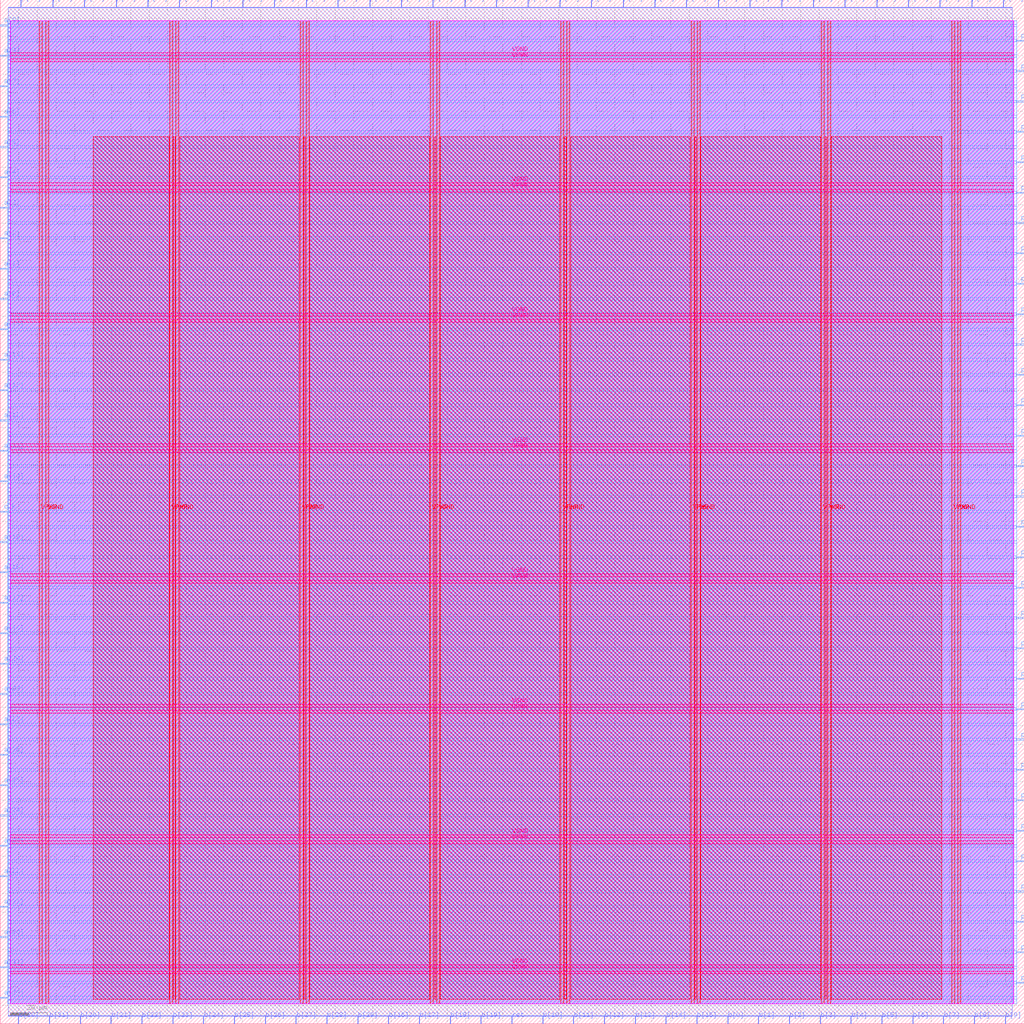
<source format=lef>
VERSION 5.7 ;
  NOWIREEXTENSIONATPIN ON ;
  DIVIDERCHAR "/" ;
  BUSBITCHARS "[]" ;
MACRO pipelined_mult
  CLASS BLOCK ;
  FOREIGN pipelined_mult ;
  ORIGIN 0.000 0.000 ;
  SIZE 550.000 BY 550.000 ;
  PIN VGND
    DIRECTION INOUT ;
    USE GROUND ;
    PORT
      LAYER met4 ;
        RECT 24.340 10.640 25.940 538.800 ;
    END
    PORT
      LAYER met4 ;
        RECT 94.340 10.640 95.940 538.800 ;
    END
    PORT
      LAYER met4 ;
        RECT 164.340 10.640 165.940 538.800 ;
    END
    PORT
      LAYER met4 ;
        RECT 234.340 10.640 235.940 538.800 ;
    END
    PORT
      LAYER met4 ;
        RECT 304.340 10.640 305.940 538.800 ;
    END
    PORT
      LAYER met4 ;
        RECT 374.340 10.640 375.940 538.800 ;
    END
    PORT
      LAYER met4 ;
        RECT 444.340 10.640 445.940 538.800 ;
    END
    PORT
      LAYER met4 ;
        RECT 514.340 10.640 515.940 538.800 ;
    END
    PORT
      LAYER met5 ;
        RECT 5.280 30.030 544.420 31.630 ;
    END
    PORT
      LAYER met5 ;
        RECT 5.280 100.030 544.420 101.630 ;
    END
    PORT
      LAYER met5 ;
        RECT 5.280 170.030 544.420 171.630 ;
    END
    PORT
      LAYER met5 ;
        RECT 5.280 240.030 544.420 241.630 ;
    END
    PORT
      LAYER met5 ;
        RECT 5.280 310.030 544.420 311.630 ;
    END
    PORT
      LAYER met5 ;
        RECT 5.280 380.030 544.420 381.630 ;
    END
    PORT
      LAYER met5 ;
        RECT 5.280 450.030 544.420 451.630 ;
    END
    PORT
      LAYER met5 ;
        RECT 5.280 520.030 544.420 521.630 ;
    END
  END VGND
  PIN VPWR
    DIRECTION INOUT ;
    USE POWER ;
    PORT
      LAYER met4 ;
        RECT 21.040 10.640 22.640 538.800 ;
    END
    PORT
      LAYER met4 ;
        RECT 91.040 10.640 92.640 538.800 ;
    END
    PORT
      LAYER met4 ;
        RECT 161.040 10.640 162.640 538.800 ;
    END
    PORT
      LAYER met4 ;
        RECT 231.040 10.640 232.640 538.800 ;
    END
    PORT
      LAYER met4 ;
        RECT 301.040 10.640 302.640 538.800 ;
    END
    PORT
      LAYER met4 ;
        RECT 371.040 10.640 372.640 538.800 ;
    END
    PORT
      LAYER met4 ;
        RECT 441.040 10.640 442.640 538.800 ;
    END
    PORT
      LAYER met4 ;
        RECT 511.040 10.640 512.640 538.800 ;
    END
    PORT
      LAYER met5 ;
        RECT 5.280 26.730 544.420 28.330 ;
    END
    PORT
      LAYER met5 ;
        RECT 5.280 96.730 544.420 98.330 ;
    END
    PORT
      LAYER met5 ;
        RECT 5.280 166.730 544.420 168.330 ;
    END
    PORT
      LAYER met5 ;
        RECT 5.280 236.730 544.420 238.330 ;
    END
    PORT
      LAYER met5 ;
        RECT 5.280 306.730 544.420 308.330 ;
    END
    PORT
      LAYER met5 ;
        RECT 5.280 376.730 544.420 378.330 ;
    END
    PORT
      LAYER met5 ;
        RECT 5.280 446.730 544.420 448.330 ;
    END
    PORT
      LAYER met5 ;
        RECT 5.280 516.730 544.420 518.330 ;
    END
  END VPWR
  PIN a[0]
    DIRECTION INPUT ;
    USE SIGNAL ;
    ANTENNAGATEAREA 0.196500 ;
    PORT
      LAYER met3 ;
        RECT 0.000 389.000 4.000 389.600 ;
    END
  END a[0]
  PIN a[10]
    DIRECTION INPUT ;
    USE SIGNAL ;
    ANTENNAGATEAREA 0.196500 ;
    PORT
      LAYER met3 ;
        RECT 0.000 291.080 4.000 291.680 ;
    END
  END a[10]
  PIN a[11]
    DIRECTION INPUT ;
    USE SIGNAL ;
    ANTENNAGATEAREA 0.196500 ;
    PORT
      LAYER met3 ;
        RECT 0.000 307.400 4.000 308.000 ;
    END
  END a[11]
  PIN a[12]
    DIRECTION INPUT ;
    USE SIGNAL ;
    ANTENNAGATEAREA 0.196500 ;
    PORT
      LAYER met3 ;
        RECT 0.000 323.720 4.000 324.320 ;
    END
  END a[12]
  PIN a[13]
    DIRECTION INPUT ;
    USE SIGNAL ;
    ANTENNAGATEAREA 0.196500 ;
    PORT
      LAYER met3 ;
        RECT 0.000 340.040 4.000 340.640 ;
    END
  END a[13]
  PIN a[14]
    DIRECTION INPUT ;
    USE SIGNAL ;
    ANTENNAGATEAREA 0.196500 ;
    PORT
      LAYER met3 ;
        RECT 0.000 356.360 4.000 356.960 ;
    END
  END a[14]
  PIN a[15]
    DIRECTION INPUT ;
    USE SIGNAL ;
    ANTENNAGATEAREA 0.196500 ;
    PORT
      LAYER met3 ;
        RECT 0.000 372.680 4.000 373.280 ;
    END
  END a[15]
  PIN a[16]
    DIRECTION INPUT ;
    USE SIGNAL ;
    ANTENNAGATEAREA 0.196500 ;
    PORT
      LAYER met3 ;
        RECT 0.000 209.480 4.000 210.080 ;
    END
  END a[16]
  PIN a[17]
    DIRECTION INPUT ;
    USE SIGNAL ;
    ANTENNAGATEAREA 0.196500 ;
    PORT
      LAYER met3 ;
        RECT 0.000 225.800 4.000 226.400 ;
    END
  END a[17]
  PIN a[18]
    DIRECTION INPUT ;
    USE SIGNAL ;
    ANTENNAGATEAREA 0.196500 ;
    PORT
      LAYER met3 ;
        RECT 0.000 242.120 4.000 242.720 ;
    END
  END a[18]
  PIN a[19]
    DIRECTION INPUT ;
    USE SIGNAL ;
    ANTENNAGATEAREA 0.196500 ;
    PORT
      LAYER met3 ;
        RECT 0.000 258.440 4.000 259.040 ;
    END
  END a[19]
  PIN a[1]
    DIRECTION INPUT ;
    USE SIGNAL ;
    ANTENNAGATEAREA 0.196500 ;
    PORT
      LAYER met3 ;
        RECT 0.000 405.320 4.000 405.920 ;
    END
  END a[1]
  PIN a[20]
    DIRECTION INPUT ;
    USE SIGNAL ;
    ANTENNAGATEAREA 0.196500 ;
    PORT
      LAYER met3 ;
        RECT 0.000 46.280 4.000 46.880 ;
    END
  END a[20]
  PIN a[21]
    DIRECTION INPUT ;
    USE SIGNAL ;
    ANTENNAGATEAREA 0.196500 ;
    PORT
      LAYER met3 ;
        RECT 0.000 62.600 4.000 63.200 ;
    END
  END a[21]
  PIN a[22]
    DIRECTION INPUT ;
    USE SIGNAL ;
    ANTENNAGATEAREA 0.196500 ;
    PORT
      LAYER met3 ;
        RECT 0.000 78.920 4.000 79.520 ;
    END
  END a[22]
  PIN a[23]
    DIRECTION INPUT ;
    USE SIGNAL ;
    ANTENNAGATEAREA 0.196500 ;
    PORT
      LAYER met3 ;
        RECT 0.000 95.240 4.000 95.840 ;
    END
  END a[23]
  PIN a[24]
    DIRECTION INPUT ;
    USE SIGNAL ;
    ANTENNAGATEAREA 0.196500 ;
    PORT
      LAYER met3 ;
        RECT 0.000 111.560 4.000 112.160 ;
    END
  END a[24]
  PIN a[25]
    DIRECTION INPUT ;
    USE SIGNAL ;
    ANTENNAGATEAREA 0.196500 ;
    PORT
      LAYER met3 ;
        RECT 0.000 127.880 4.000 128.480 ;
    END
  END a[25]
  PIN a[26]
    DIRECTION INPUT ;
    USE SIGNAL ;
    ANTENNAGATEAREA 0.196500 ;
    PORT
      LAYER met3 ;
        RECT 0.000 144.200 4.000 144.800 ;
    END
  END a[26]
  PIN a[27]
    DIRECTION INPUT ;
    USE SIGNAL ;
    ANTENNAGATEAREA 0.196500 ;
    PORT
      LAYER met3 ;
        RECT 0.000 160.520 4.000 161.120 ;
    END
  END a[27]
  PIN a[28]
    DIRECTION INPUT ;
    USE SIGNAL ;
    ANTENNAGATEAREA 0.196500 ;
    PORT
      LAYER met3 ;
        RECT 0.000 176.840 4.000 177.440 ;
    END
  END a[28]
  PIN a[29]
    DIRECTION INPUT ;
    USE SIGNAL ;
    ANTENNAGATEAREA 0.196500 ;
    PORT
      LAYER met3 ;
        RECT 0.000 193.160 4.000 193.760 ;
    END
  END a[29]
  PIN a[2]
    DIRECTION INPUT ;
    USE SIGNAL ;
    ANTENNAGATEAREA 0.159000 ;
    PORT
      LAYER met3 ;
        RECT 0.000 421.640 4.000 422.240 ;
    END
  END a[2]
  PIN a[30]
    DIRECTION INPUT ;
    USE SIGNAL ;
    ANTENNAGATEAREA 0.196500 ;
    PORT
      LAYER met3 ;
        RECT 0.000 13.640 4.000 14.240 ;
    END
  END a[30]
  PIN a[31]
    DIRECTION INPUT ;
    USE SIGNAL ;
    ANTENNAGATEAREA 0.196500 ;
    PORT
      LAYER met3 ;
        RECT 0.000 29.960 4.000 30.560 ;
    END
  END a[31]
  PIN a[3]
    DIRECTION INPUT ;
    USE SIGNAL ;
    ANTENNAGATEAREA 0.159000 ;
    PORT
      LAYER met3 ;
        RECT 0.000 437.960 4.000 438.560 ;
    END
  END a[3]
  PIN a[4]
    DIRECTION INPUT ;
    USE SIGNAL ;
    ANTENNAGATEAREA 0.159000 ;
    PORT
      LAYER met3 ;
        RECT 0.000 454.280 4.000 454.880 ;
    END
  END a[4]
  PIN a[5]
    DIRECTION INPUT ;
    USE SIGNAL ;
    ANTENNAGATEAREA 0.159000 ;
    PORT
      LAYER met3 ;
        RECT 0.000 470.600 4.000 471.200 ;
    END
  END a[5]
  PIN a[6]
    DIRECTION INPUT ;
    USE SIGNAL ;
    ANTENNAGATEAREA 0.159000 ;
    PORT
      LAYER met3 ;
        RECT 0.000 486.920 4.000 487.520 ;
    END
  END a[6]
  PIN a[7]
    DIRECTION INPUT ;
    USE SIGNAL ;
    ANTENNAGATEAREA 0.196500 ;
    PORT
      LAYER met3 ;
        RECT 0.000 503.240 4.000 503.840 ;
    END
  END a[7]
  PIN a[8]
    DIRECTION INPUT ;
    USE SIGNAL ;
    ANTENNAGATEAREA 0.159000 ;
    PORT
      LAYER met3 ;
        RECT 0.000 519.560 4.000 520.160 ;
    END
  END a[8]
  PIN a[9]
    DIRECTION INPUT ;
    USE SIGNAL ;
    ANTENNAGATEAREA 0.213000 ;
    PORT
      LAYER met3 ;
        RECT 0.000 535.880 4.000 536.480 ;
    END
  END a[9]
  PIN b[0]
    DIRECTION INPUT ;
    USE SIGNAL ;
    ANTENNAGATEAREA 0.196500 ;
    PORT
      LAYER met2 ;
        RECT 390.630 0.000 390.910 4.000 ;
    END
  END b[0]
  PIN b[10]
    DIRECTION INPUT ;
    USE SIGNAL ;
    ANTENNAGATEAREA 0.196500 ;
    PORT
      LAYER met2 ;
        RECT 291.270 0.000 291.550 4.000 ;
    END
  END b[10]
  PIN b[11]
    DIRECTION INPUT ;
    USE SIGNAL ;
    ANTENNAGATEAREA 0.196500 ;
    PORT
      LAYER met2 ;
        RECT 307.830 0.000 308.110 4.000 ;
    END
  END b[11]
  PIN b[12]
    DIRECTION INPUT ;
    USE SIGNAL ;
    ANTENNAGATEAREA 0.196500 ;
    PORT
      LAYER met2 ;
        RECT 324.390 0.000 324.670 4.000 ;
    END
  END b[12]
  PIN b[13]
    DIRECTION INPUT ;
    USE SIGNAL ;
    ANTENNAGATEAREA 0.196500 ;
    PORT
      LAYER met2 ;
        RECT 340.950 0.000 341.230 4.000 ;
    END
  END b[13]
  PIN b[14]
    DIRECTION INPUT ;
    USE SIGNAL ;
    ANTENNAGATEAREA 0.196500 ;
    PORT
      LAYER met2 ;
        RECT 357.510 0.000 357.790 4.000 ;
    END
  END b[14]
  PIN b[15]
    DIRECTION INPUT ;
    USE SIGNAL ;
    ANTENNAGATEAREA 0.196500 ;
    PORT
      LAYER met2 ;
        RECT 374.070 0.000 374.350 4.000 ;
    END
  END b[15]
  PIN b[16]
    DIRECTION INPUT ;
    USE SIGNAL ;
    ANTENNAGATEAREA 0.196500 ;
    PORT
      LAYER met2 ;
        RECT 208.470 0.000 208.750 4.000 ;
    END
  END b[16]
  PIN b[17]
    DIRECTION INPUT ;
    USE SIGNAL ;
    ANTENNAGATEAREA 0.196500 ;
    PORT
      LAYER met2 ;
        RECT 225.030 0.000 225.310 4.000 ;
    END
  END b[17]
  PIN b[18]
    DIRECTION INPUT ;
    USE SIGNAL ;
    ANTENNAGATEAREA 0.196500 ;
    PORT
      LAYER met2 ;
        RECT 241.590 0.000 241.870 4.000 ;
    END
  END b[18]
  PIN b[19]
    DIRECTION INPUT ;
    USE SIGNAL ;
    ANTENNAGATEAREA 0.196500 ;
    PORT
      LAYER met2 ;
        RECT 258.150 0.000 258.430 4.000 ;
    END
  END b[19]
  PIN b[1]
    DIRECTION INPUT ;
    USE SIGNAL ;
    ANTENNAGATEAREA 0.196500 ;
    PORT
      LAYER met2 ;
        RECT 407.190 0.000 407.470 4.000 ;
    END
  END b[1]
  PIN b[20]
    DIRECTION INPUT ;
    USE SIGNAL ;
    ANTENNAGATEAREA 0.213000 ;
    PORT
      LAYER met2 ;
        RECT 42.870 0.000 43.150 4.000 ;
    END
  END b[20]
  PIN b[21]
    DIRECTION INPUT ;
    USE SIGNAL ;
    ANTENNAGATEAREA 0.196500 ;
    PORT
      LAYER met2 ;
        RECT 59.430 0.000 59.710 4.000 ;
    END
  END b[21]
  PIN b[22]
    DIRECTION INPUT ;
    USE SIGNAL ;
    ANTENNAGATEAREA 0.126000 ;
    PORT
      LAYER met2 ;
        RECT 75.990 0.000 76.270 4.000 ;
    END
  END b[22]
  PIN b[23]
    DIRECTION INPUT ;
    USE SIGNAL ;
    ANTENNAGATEAREA 0.213000 ;
    PORT
      LAYER met2 ;
        RECT 92.550 0.000 92.830 4.000 ;
    END
  END b[23]
  PIN b[24]
    DIRECTION INPUT ;
    USE SIGNAL ;
    ANTENNAGATEAREA 0.213000 ;
    PORT
      LAYER met2 ;
        RECT 109.110 0.000 109.390 4.000 ;
    END
  END b[24]
  PIN b[25]
    DIRECTION INPUT ;
    USE SIGNAL ;
    ANTENNAGATEAREA 0.196500 ;
    PORT
      LAYER met2 ;
        RECT 125.670 0.000 125.950 4.000 ;
    END
  END b[25]
  PIN b[26]
    DIRECTION INPUT ;
    USE SIGNAL ;
    ANTENNAGATEAREA 0.126000 ;
    PORT
      LAYER met2 ;
        RECT 142.230 0.000 142.510 4.000 ;
    END
  END b[26]
  PIN b[27]
    DIRECTION INPUT ;
    USE SIGNAL ;
    ANTENNAGATEAREA 0.213000 ;
    PORT
      LAYER met2 ;
        RECT 158.790 0.000 159.070 4.000 ;
    END
  END b[27]
  PIN b[28]
    DIRECTION INPUT ;
    USE SIGNAL ;
    ANTENNAGATEAREA 0.213000 ;
    PORT
      LAYER met2 ;
        RECT 175.350 0.000 175.630 4.000 ;
    END
  END b[28]
  PIN b[29]
    DIRECTION INPUT ;
    USE SIGNAL ;
    ANTENNAGATEAREA 0.196500 ;
    PORT
      LAYER met2 ;
        RECT 191.910 0.000 192.190 4.000 ;
    END
  END b[29]
  PIN b[2]
    DIRECTION INPUT ;
    USE SIGNAL ;
    ANTENNAGATEAREA 0.196500 ;
    PORT
      LAYER met2 ;
        RECT 423.750 0.000 424.030 4.000 ;
    END
  END b[2]
  PIN b[30]
    DIRECTION INPUT ;
    USE SIGNAL ;
    ANTENNAGATEAREA 0.213000 ;
    PORT
      LAYER met2 ;
        RECT 9.750 0.000 10.030 4.000 ;
    END
  END b[30]
  PIN b[31]
    DIRECTION INPUT ;
    USE SIGNAL ;
    ANTENNAGATEAREA 0.126000 ;
    PORT
      LAYER met2 ;
        RECT 26.310 0.000 26.590 4.000 ;
    END
  END b[31]
  PIN b[3]
    DIRECTION INPUT ;
    USE SIGNAL ;
    ANTENNAGATEAREA 0.196500 ;
    PORT
      LAYER met2 ;
        RECT 440.310 0.000 440.590 4.000 ;
    END
  END b[3]
  PIN b[4]
    DIRECTION INPUT ;
    USE SIGNAL ;
    ANTENNAGATEAREA 0.196500 ;
    PORT
      LAYER met2 ;
        RECT 456.870 0.000 457.150 4.000 ;
    END
  END b[4]
  PIN b[5]
    DIRECTION INPUT ;
    USE SIGNAL ;
    ANTENNAGATEAREA 0.196500 ;
    PORT
      LAYER met2 ;
        RECT 473.430 0.000 473.710 4.000 ;
    END
  END b[5]
  PIN b[6]
    DIRECTION INPUT ;
    USE SIGNAL ;
    ANTENNAGATEAREA 0.196500 ;
    PORT
      LAYER met2 ;
        RECT 489.990 0.000 490.270 4.000 ;
    END
  END b[6]
  PIN b[7]
    DIRECTION INPUT ;
    USE SIGNAL ;
    ANTENNAGATEAREA 0.196500 ;
    PORT
      LAYER met2 ;
        RECT 506.550 0.000 506.830 4.000 ;
    END
  END b[7]
  PIN b[8]
    DIRECTION INPUT ;
    USE SIGNAL ;
    ANTENNAGATEAREA 0.196500 ;
    PORT
      LAYER met2 ;
        RECT 523.110 0.000 523.390 4.000 ;
    END
  END b[8]
  PIN b[9]
    DIRECTION INPUT ;
    USE SIGNAL ;
    ANTENNAGATEAREA 0.196500 ;
    PORT
      LAYER met2 ;
        RECT 539.670 0.000 539.950 4.000 ;
    END
  END b[9]
  PIN clk
    DIRECTION INPUT ;
    USE SIGNAL ;
    ANTENNAGATEAREA 1.286700 ;
    ANTENNADIFFAREA 0.434700 ;
    PORT
      LAYER met3 ;
        RECT 0.000 274.760 4.000 275.360 ;
    END
  END clk
  PIN p[0]
    DIRECTION OUTPUT ;
    USE SIGNAL ;
    ANTENNADIFFAREA 0.445500 ;
    PORT
      LAYER met3 ;
        RECT 546.000 380.840 550.000 381.440 ;
    END
  END p[0]
  PIN p[10]
    DIRECTION OUTPUT ;
    USE SIGNAL ;
    ANTENNADIFFAREA 0.445500 ;
    PORT
      LAYER met3 ;
        RECT 546.000 217.640 550.000 218.240 ;
    END
  END p[10]
  PIN p[11]
    DIRECTION OUTPUT ;
    USE SIGNAL ;
    ANTENNADIFFAREA 0.445500 ;
    PORT
      LAYER met3 ;
        RECT 546.000 233.960 550.000 234.560 ;
    END
  END p[11]
  PIN p[12]
    DIRECTION OUTPUT ;
    USE SIGNAL ;
    ANTENNADIFFAREA 0.445500 ;
    PORT
      LAYER met3 ;
        RECT 546.000 250.280 550.000 250.880 ;
    END
  END p[12]
  PIN p[13]
    DIRECTION OUTPUT ;
    USE SIGNAL ;
    ANTENNADIFFAREA 0.445500 ;
    PORT
      LAYER met3 ;
        RECT 546.000 266.600 550.000 267.200 ;
    END
  END p[13]
  PIN p[14]
    DIRECTION OUTPUT ;
    USE SIGNAL ;
    ANTENNADIFFAREA 0.445500 ;
    PORT
      LAYER met3 ;
        RECT 546.000 282.920 550.000 283.520 ;
    END
  END p[14]
  PIN p[15]
    DIRECTION OUTPUT ;
    USE SIGNAL ;
    ANTENNADIFFAREA 0.445500 ;
    PORT
      LAYER met3 ;
        RECT 546.000 299.240 550.000 299.840 ;
    END
  END p[15]
  PIN p[16]
    DIRECTION OUTPUT ;
    USE SIGNAL ;
    ANTENNADIFFAREA 0.445500 ;
    PORT
      LAYER met3 ;
        RECT 546.000 315.560 550.000 316.160 ;
    END
  END p[16]
  PIN p[17]
    DIRECTION OUTPUT ;
    USE SIGNAL ;
    ANTENNADIFFAREA 0.445500 ;
    PORT
      LAYER met3 ;
        RECT 546.000 331.880 550.000 332.480 ;
    END
  END p[17]
  PIN p[18]
    DIRECTION OUTPUT ;
    USE SIGNAL ;
    ANTENNADIFFAREA 0.445500 ;
    PORT
      LAYER met3 ;
        RECT 546.000 348.200 550.000 348.800 ;
    END
  END p[18]
  PIN p[19]
    DIRECTION OUTPUT ;
    USE SIGNAL ;
    ANTENNADIFFAREA 0.445500 ;
    PORT
      LAYER met3 ;
        RECT 546.000 364.520 550.000 365.120 ;
    END
  END p[19]
  PIN p[1]
    DIRECTION OUTPUT ;
    USE SIGNAL ;
    ANTENNADIFFAREA 0.445500 ;
    PORT
      LAYER met3 ;
        RECT 546.000 397.160 550.000 397.760 ;
    END
  END p[1]
  PIN p[20]
    DIRECTION OUTPUT ;
    USE SIGNAL ;
    ANTENNADIFFAREA 0.445500 ;
    PORT
      LAYER met3 ;
        RECT 546.000 54.440 550.000 55.040 ;
    END
  END p[20]
  PIN p[21]
    DIRECTION OUTPUT ;
    USE SIGNAL ;
    ANTENNADIFFAREA 0.445500 ;
    PORT
      LAYER met3 ;
        RECT 546.000 70.760 550.000 71.360 ;
    END
  END p[21]
  PIN p[22]
    DIRECTION OUTPUT ;
    USE SIGNAL ;
    ANTENNADIFFAREA 0.445500 ;
    PORT
      LAYER met3 ;
        RECT 546.000 87.080 550.000 87.680 ;
    END
  END p[22]
  PIN p[23]
    DIRECTION OUTPUT ;
    USE SIGNAL ;
    ANTENNADIFFAREA 0.445500 ;
    PORT
      LAYER met3 ;
        RECT 546.000 103.400 550.000 104.000 ;
    END
  END p[23]
  PIN p[24]
    DIRECTION OUTPUT ;
    USE SIGNAL ;
    ANTENNADIFFAREA 0.445500 ;
    PORT
      LAYER met3 ;
        RECT 546.000 119.720 550.000 120.320 ;
    END
  END p[24]
  PIN p[25]
    DIRECTION OUTPUT ;
    USE SIGNAL ;
    ANTENNADIFFAREA 0.445500 ;
    PORT
      LAYER met3 ;
        RECT 546.000 136.040 550.000 136.640 ;
    END
  END p[25]
  PIN p[26]
    DIRECTION OUTPUT ;
    USE SIGNAL ;
    ANTENNADIFFAREA 0.445500 ;
    PORT
      LAYER met3 ;
        RECT 546.000 152.360 550.000 152.960 ;
    END
  END p[26]
  PIN p[27]
    DIRECTION OUTPUT ;
    USE SIGNAL ;
    ANTENNADIFFAREA 0.445500 ;
    PORT
      LAYER met3 ;
        RECT 546.000 168.680 550.000 169.280 ;
    END
  END p[27]
  PIN p[28]
    DIRECTION OUTPUT ;
    USE SIGNAL ;
    ANTENNADIFFAREA 0.445500 ;
    PORT
      LAYER met3 ;
        RECT 546.000 185.000 550.000 185.600 ;
    END
  END p[28]
  PIN p[29]
    DIRECTION OUTPUT ;
    USE SIGNAL ;
    ANTENNADIFFAREA 0.445500 ;
    PORT
      LAYER met3 ;
        RECT 546.000 201.320 550.000 201.920 ;
    END
  END p[29]
  PIN p[2]
    DIRECTION OUTPUT ;
    USE SIGNAL ;
    ANTENNADIFFAREA 0.445500 ;
    PORT
      LAYER met3 ;
        RECT 546.000 413.480 550.000 414.080 ;
    END
  END p[2]
  PIN p[30]
    DIRECTION OUTPUT ;
    USE SIGNAL ;
    ANTENNADIFFAREA 0.445500 ;
    PORT
      LAYER met3 ;
        RECT 546.000 21.800 550.000 22.400 ;
    END
  END p[30]
  PIN p[31]
    DIRECTION OUTPUT ;
    USE SIGNAL ;
    ANTENNADIFFAREA 0.445500 ;
    PORT
      LAYER met3 ;
        RECT 546.000 38.120 550.000 38.720 ;
    END
  END p[31]
  PIN p[32]
    DIRECTION OUTPUT ;
    USE SIGNAL ;
    ANTENNADIFFAREA 0.445500 ;
    PORT
      LAYER met2 ;
        RECT 419.610 546.000 419.890 550.000 ;
    END
  END p[32]
  PIN p[33]
    DIRECTION OUTPUT ;
    USE SIGNAL ;
    ANTENNADIFFAREA 0.445500 ;
    PORT
      LAYER met2 ;
        RECT 436.630 546.000 436.910 550.000 ;
    END
  END p[33]
  PIN p[34]
    DIRECTION OUTPUT ;
    USE SIGNAL ;
    ANTENNADIFFAREA 0.445500 ;
    PORT
      LAYER met2 ;
        RECT 453.650 546.000 453.930 550.000 ;
    END
  END p[34]
  PIN p[35]
    DIRECTION OUTPUT ;
    USE SIGNAL ;
    ANTENNADIFFAREA 0.445500 ;
    PORT
      LAYER met2 ;
        RECT 470.670 546.000 470.950 550.000 ;
    END
  END p[35]
  PIN p[36]
    DIRECTION OUTPUT ;
    USE SIGNAL ;
    ANTENNADIFFAREA 0.445500 ;
    PORT
      LAYER met2 ;
        RECT 487.690 546.000 487.970 550.000 ;
    END
  END p[36]
  PIN p[37]
    DIRECTION OUTPUT ;
    USE SIGNAL ;
    ANTENNADIFFAREA 0.445500 ;
    PORT
      LAYER met2 ;
        RECT 504.710 546.000 504.990 550.000 ;
    END
  END p[37]
  PIN p[38]
    DIRECTION OUTPUT ;
    USE SIGNAL ;
    ANTENNADIFFAREA 0.445500 ;
    PORT
      LAYER met2 ;
        RECT 521.730 546.000 522.010 550.000 ;
    END
  END p[38]
  PIN p[39]
    DIRECTION OUTPUT ;
    USE SIGNAL ;
    ANTENNADIFFAREA 0.445500 ;
    PORT
      LAYER met2 ;
        RECT 538.750 546.000 539.030 550.000 ;
    END
  END p[39]
  PIN p[3]
    DIRECTION OUTPUT ;
    USE SIGNAL ;
    ANTENNADIFFAREA 0.445500 ;
    PORT
      LAYER met3 ;
        RECT 546.000 429.800 550.000 430.400 ;
    END
  END p[3]
  PIN p[40]
    DIRECTION OUTPUT ;
    USE SIGNAL ;
    ANTENNADIFFAREA 0.445500 ;
    PORT
      LAYER met2 ;
        RECT 249.410 546.000 249.690 550.000 ;
    END
  END p[40]
  PIN p[41]
    DIRECTION OUTPUT ;
    USE SIGNAL ;
    ANTENNADIFFAREA 0.445500 ;
    PORT
      LAYER met2 ;
        RECT 266.430 546.000 266.710 550.000 ;
    END
  END p[41]
  PIN p[42]
    DIRECTION OUTPUT ;
    USE SIGNAL ;
    ANTENNADIFFAREA 0.445500 ;
    PORT
      LAYER met2 ;
        RECT 283.450 546.000 283.730 550.000 ;
    END
  END p[42]
  PIN p[43]
    DIRECTION OUTPUT ;
    USE SIGNAL ;
    ANTENNADIFFAREA 0.445500 ;
    PORT
      LAYER met2 ;
        RECT 300.470 546.000 300.750 550.000 ;
    END
  END p[43]
  PIN p[44]
    DIRECTION OUTPUT ;
    USE SIGNAL ;
    ANTENNADIFFAREA 0.445500 ;
    PORT
      LAYER met2 ;
        RECT 317.490 546.000 317.770 550.000 ;
    END
  END p[44]
  PIN p[45]
    DIRECTION OUTPUT ;
    USE SIGNAL ;
    ANTENNADIFFAREA 0.445500 ;
    PORT
      LAYER met2 ;
        RECT 334.510 546.000 334.790 550.000 ;
    END
  END p[45]
  PIN p[46]
    DIRECTION OUTPUT ;
    USE SIGNAL ;
    ANTENNADIFFAREA 0.445500 ;
    PORT
      LAYER met2 ;
        RECT 351.530 546.000 351.810 550.000 ;
    END
  END p[46]
  PIN p[47]
    DIRECTION OUTPUT ;
    USE SIGNAL ;
    ANTENNADIFFAREA 0.445500 ;
    PORT
      LAYER met2 ;
        RECT 368.550 546.000 368.830 550.000 ;
    END
  END p[47]
  PIN p[48]
    DIRECTION OUTPUT ;
    USE SIGNAL ;
    ANTENNADIFFAREA 0.445500 ;
    PORT
      LAYER met2 ;
        RECT 385.570 546.000 385.850 550.000 ;
    END
  END p[48]
  PIN p[49]
    DIRECTION OUTPUT ;
    USE SIGNAL ;
    ANTENNADIFFAREA 0.445500 ;
    PORT
      LAYER met2 ;
        RECT 402.590 546.000 402.870 550.000 ;
    END
  END p[49]
  PIN p[4]
    DIRECTION OUTPUT ;
    USE SIGNAL ;
    ANTENNADIFFAREA 0.445500 ;
    PORT
      LAYER met3 ;
        RECT 546.000 446.120 550.000 446.720 ;
    END
  END p[4]
  PIN p[50]
    DIRECTION OUTPUT ;
    USE SIGNAL ;
    ANTENNADIFFAREA 0.445500 ;
    PORT
      LAYER met2 ;
        RECT 79.210 546.000 79.490 550.000 ;
    END
  END p[50]
  PIN p[51]
    DIRECTION OUTPUT ;
    USE SIGNAL ;
    ANTENNADIFFAREA 0.445500 ;
    PORT
      LAYER met2 ;
        RECT 96.230 546.000 96.510 550.000 ;
    END
  END p[51]
  PIN p[52]
    DIRECTION OUTPUT ;
    USE SIGNAL ;
    ANTENNADIFFAREA 0.445500 ;
    PORT
      LAYER met2 ;
        RECT 113.250 546.000 113.530 550.000 ;
    END
  END p[52]
  PIN p[53]
    DIRECTION OUTPUT ;
    USE SIGNAL ;
    ANTENNADIFFAREA 0.445500 ;
    PORT
      LAYER met2 ;
        RECT 130.270 546.000 130.550 550.000 ;
    END
  END p[53]
  PIN p[54]
    DIRECTION OUTPUT ;
    USE SIGNAL ;
    ANTENNADIFFAREA 0.445500 ;
    PORT
      LAYER met2 ;
        RECT 147.290 546.000 147.570 550.000 ;
    END
  END p[54]
  PIN p[55]
    DIRECTION OUTPUT ;
    USE SIGNAL ;
    ANTENNADIFFAREA 0.445500 ;
    PORT
      LAYER met2 ;
        RECT 164.310 546.000 164.590 550.000 ;
    END
  END p[55]
  PIN p[56]
    DIRECTION OUTPUT ;
    USE SIGNAL ;
    ANTENNADIFFAREA 0.445500 ;
    PORT
      LAYER met2 ;
        RECT 181.330 546.000 181.610 550.000 ;
    END
  END p[56]
  PIN p[57]
    DIRECTION OUTPUT ;
    USE SIGNAL ;
    ANTENNADIFFAREA 0.445500 ;
    PORT
      LAYER met2 ;
        RECT 198.350 546.000 198.630 550.000 ;
    END
  END p[57]
  PIN p[58]
    DIRECTION OUTPUT ;
    USE SIGNAL ;
    ANTENNADIFFAREA 0.445500 ;
    PORT
      LAYER met2 ;
        RECT 215.370 546.000 215.650 550.000 ;
    END
  END p[58]
  PIN p[59]
    DIRECTION OUTPUT ;
    USE SIGNAL ;
    ANTENNADIFFAREA 0.445500 ;
    PORT
      LAYER met2 ;
        RECT 232.390 546.000 232.670 550.000 ;
    END
  END p[59]
  PIN p[5]
    DIRECTION OUTPUT ;
    USE SIGNAL ;
    ANTENNADIFFAREA 0.445500 ;
    PORT
      LAYER met3 ;
        RECT 546.000 462.440 550.000 463.040 ;
    END
  END p[5]
  PIN p[60]
    DIRECTION OUTPUT ;
    USE SIGNAL ;
    ANTENNADIFFAREA 0.445500 ;
    PORT
      LAYER met2 ;
        RECT 11.130 546.000 11.410 550.000 ;
    END
  END p[60]
  PIN p[61]
    DIRECTION OUTPUT ;
    USE SIGNAL ;
    ANTENNADIFFAREA 0.445500 ;
    PORT
      LAYER met2 ;
        RECT 28.150 546.000 28.430 550.000 ;
    END
  END p[61]
  PIN p[62]
    DIRECTION OUTPUT ;
    USE SIGNAL ;
    ANTENNADIFFAREA 0.445500 ;
    PORT
      LAYER met2 ;
        RECT 45.170 546.000 45.450 550.000 ;
    END
  END p[62]
  PIN p[63]
    DIRECTION OUTPUT ;
    USE SIGNAL ;
    ANTENNADIFFAREA 0.445500 ;
    PORT
      LAYER met2 ;
        RECT 62.190 546.000 62.470 550.000 ;
    END
  END p[63]
  PIN p[6]
    DIRECTION OUTPUT ;
    USE SIGNAL ;
    ANTENNADIFFAREA 0.445500 ;
    PORT
      LAYER met3 ;
        RECT 546.000 478.760 550.000 479.360 ;
    END
  END p[6]
  PIN p[7]
    DIRECTION OUTPUT ;
    USE SIGNAL ;
    ANTENNADIFFAREA 0.445500 ;
    PORT
      LAYER met3 ;
        RECT 546.000 495.080 550.000 495.680 ;
    END
  END p[7]
  PIN p[8]
    DIRECTION OUTPUT ;
    USE SIGNAL ;
    ANTENNADIFFAREA 0.445500 ;
    PORT
      LAYER met3 ;
        RECT 546.000 511.400 550.000 512.000 ;
    END
  END p[8]
  PIN p[9]
    DIRECTION OUTPUT ;
    USE SIGNAL ;
    ANTENNADIFFAREA 0.445500 ;
    PORT
      LAYER met3 ;
        RECT 546.000 527.720 550.000 528.320 ;
    END
  END p[9]
  PIN rst
    DIRECTION INPUT ;
    USE SIGNAL ;
    ANTENNAGATEAREA 0.742500 ;
    PORT
      LAYER met2 ;
        RECT 274.710 0.000 274.990 4.000 ;
    END
  END rst
  OBS
      LAYER nwell ;
        RECT 5.330 10.795 544.370 538.645 ;
      LAYER li1 ;
        RECT 5.520 10.795 544.180 538.645 ;
      LAYER met1 ;
        RECT 4.210 10.640 544.480 538.800 ;
      LAYER met2 ;
        RECT 4.230 545.720 10.850 546.000 ;
        RECT 11.690 545.720 27.870 546.000 ;
        RECT 28.710 545.720 44.890 546.000 ;
        RECT 45.730 545.720 61.910 546.000 ;
        RECT 62.750 545.720 78.930 546.000 ;
        RECT 79.770 545.720 95.950 546.000 ;
        RECT 96.790 545.720 112.970 546.000 ;
        RECT 113.810 545.720 129.990 546.000 ;
        RECT 130.830 545.720 147.010 546.000 ;
        RECT 147.850 545.720 164.030 546.000 ;
        RECT 164.870 545.720 181.050 546.000 ;
        RECT 181.890 545.720 198.070 546.000 ;
        RECT 198.910 545.720 215.090 546.000 ;
        RECT 215.930 545.720 232.110 546.000 ;
        RECT 232.950 545.720 249.130 546.000 ;
        RECT 249.970 545.720 266.150 546.000 ;
        RECT 266.990 545.720 283.170 546.000 ;
        RECT 284.010 545.720 300.190 546.000 ;
        RECT 301.030 545.720 317.210 546.000 ;
        RECT 318.050 545.720 334.230 546.000 ;
        RECT 335.070 545.720 351.250 546.000 ;
        RECT 352.090 545.720 368.270 546.000 ;
        RECT 369.110 545.720 385.290 546.000 ;
        RECT 386.130 545.720 402.310 546.000 ;
        RECT 403.150 545.720 419.330 546.000 ;
        RECT 420.170 545.720 436.350 546.000 ;
        RECT 437.190 545.720 453.370 546.000 ;
        RECT 454.210 545.720 470.390 546.000 ;
        RECT 471.230 545.720 487.410 546.000 ;
        RECT 488.250 545.720 504.430 546.000 ;
        RECT 505.270 545.720 521.450 546.000 ;
        RECT 522.290 545.720 538.470 546.000 ;
        RECT 539.310 545.720 543.620 546.000 ;
        RECT 4.230 4.280 543.620 545.720 ;
        RECT 4.230 4.000 9.470 4.280 ;
        RECT 10.310 4.000 26.030 4.280 ;
        RECT 26.870 4.000 42.590 4.280 ;
        RECT 43.430 4.000 59.150 4.280 ;
        RECT 59.990 4.000 75.710 4.280 ;
        RECT 76.550 4.000 92.270 4.280 ;
        RECT 93.110 4.000 108.830 4.280 ;
        RECT 109.670 4.000 125.390 4.280 ;
        RECT 126.230 4.000 141.950 4.280 ;
        RECT 142.790 4.000 158.510 4.280 ;
        RECT 159.350 4.000 175.070 4.280 ;
        RECT 175.910 4.000 191.630 4.280 ;
        RECT 192.470 4.000 208.190 4.280 ;
        RECT 209.030 4.000 224.750 4.280 ;
        RECT 225.590 4.000 241.310 4.280 ;
        RECT 242.150 4.000 257.870 4.280 ;
        RECT 258.710 4.000 274.430 4.280 ;
        RECT 275.270 4.000 290.990 4.280 ;
        RECT 291.830 4.000 307.550 4.280 ;
        RECT 308.390 4.000 324.110 4.280 ;
        RECT 324.950 4.000 340.670 4.280 ;
        RECT 341.510 4.000 357.230 4.280 ;
        RECT 358.070 4.000 373.790 4.280 ;
        RECT 374.630 4.000 390.350 4.280 ;
        RECT 391.190 4.000 406.910 4.280 ;
        RECT 407.750 4.000 423.470 4.280 ;
        RECT 424.310 4.000 440.030 4.280 ;
        RECT 440.870 4.000 456.590 4.280 ;
        RECT 457.430 4.000 473.150 4.280 ;
        RECT 473.990 4.000 489.710 4.280 ;
        RECT 490.550 4.000 506.270 4.280 ;
        RECT 507.110 4.000 522.830 4.280 ;
        RECT 523.670 4.000 539.390 4.280 ;
        RECT 540.230 4.000 543.620 4.280 ;
      LAYER met3 ;
        RECT 3.990 536.880 546.000 538.725 ;
        RECT 4.400 535.480 546.000 536.880 ;
        RECT 3.990 528.720 546.000 535.480 ;
        RECT 3.990 527.320 545.600 528.720 ;
        RECT 3.990 520.560 546.000 527.320 ;
        RECT 4.400 519.160 546.000 520.560 ;
        RECT 3.990 512.400 546.000 519.160 ;
        RECT 3.990 511.000 545.600 512.400 ;
        RECT 3.990 504.240 546.000 511.000 ;
        RECT 4.400 502.840 546.000 504.240 ;
        RECT 3.990 496.080 546.000 502.840 ;
        RECT 3.990 494.680 545.600 496.080 ;
        RECT 3.990 487.920 546.000 494.680 ;
        RECT 4.400 486.520 546.000 487.920 ;
        RECT 3.990 479.760 546.000 486.520 ;
        RECT 3.990 478.360 545.600 479.760 ;
        RECT 3.990 471.600 546.000 478.360 ;
        RECT 4.400 470.200 546.000 471.600 ;
        RECT 3.990 463.440 546.000 470.200 ;
        RECT 3.990 462.040 545.600 463.440 ;
        RECT 3.990 455.280 546.000 462.040 ;
        RECT 4.400 453.880 546.000 455.280 ;
        RECT 3.990 447.120 546.000 453.880 ;
        RECT 3.990 445.720 545.600 447.120 ;
        RECT 3.990 438.960 546.000 445.720 ;
        RECT 4.400 437.560 546.000 438.960 ;
        RECT 3.990 430.800 546.000 437.560 ;
        RECT 3.990 429.400 545.600 430.800 ;
        RECT 3.990 422.640 546.000 429.400 ;
        RECT 4.400 421.240 546.000 422.640 ;
        RECT 3.990 414.480 546.000 421.240 ;
        RECT 3.990 413.080 545.600 414.480 ;
        RECT 3.990 406.320 546.000 413.080 ;
        RECT 4.400 404.920 546.000 406.320 ;
        RECT 3.990 398.160 546.000 404.920 ;
        RECT 3.990 396.760 545.600 398.160 ;
        RECT 3.990 390.000 546.000 396.760 ;
        RECT 4.400 388.600 546.000 390.000 ;
        RECT 3.990 381.840 546.000 388.600 ;
        RECT 3.990 380.440 545.600 381.840 ;
        RECT 3.990 373.680 546.000 380.440 ;
        RECT 4.400 372.280 546.000 373.680 ;
        RECT 3.990 365.520 546.000 372.280 ;
        RECT 3.990 364.120 545.600 365.520 ;
        RECT 3.990 357.360 546.000 364.120 ;
        RECT 4.400 355.960 546.000 357.360 ;
        RECT 3.990 349.200 546.000 355.960 ;
        RECT 3.990 347.800 545.600 349.200 ;
        RECT 3.990 341.040 546.000 347.800 ;
        RECT 4.400 339.640 546.000 341.040 ;
        RECT 3.990 332.880 546.000 339.640 ;
        RECT 3.990 331.480 545.600 332.880 ;
        RECT 3.990 324.720 546.000 331.480 ;
        RECT 4.400 323.320 546.000 324.720 ;
        RECT 3.990 316.560 546.000 323.320 ;
        RECT 3.990 315.160 545.600 316.560 ;
        RECT 3.990 308.400 546.000 315.160 ;
        RECT 4.400 307.000 546.000 308.400 ;
        RECT 3.990 300.240 546.000 307.000 ;
        RECT 3.990 298.840 545.600 300.240 ;
        RECT 3.990 292.080 546.000 298.840 ;
        RECT 4.400 290.680 546.000 292.080 ;
        RECT 3.990 283.920 546.000 290.680 ;
        RECT 3.990 282.520 545.600 283.920 ;
        RECT 3.990 275.760 546.000 282.520 ;
        RECT 4.400 274.360 546.000 275.760 ;
        RECT 3.990 267.600 546.000 274.360 ;
        RECT 3.990 266.200 545.600 267.600 ;
        RECT 3.990 259.440 546.000 266.200 ;
        RECT 4.400 258.040 546.000 259.440 ;
        RECT 3.990 251.280 546.000 258.040 ;
        RECT 3.990 249.880 545.600 251.280 ;
        RECT 3.990 243.120 546.000 249.880 ;
        RECT 4.400 241.720 546.000 243.120 ;
        RECT 3.990 234.960 546.000 241.720 ;
        RECT 3.990 233.560 545.600 234.960 ;
        RECT 3.990 226.800 546.000 233.560 ;
        RECT 4.400 225.400 546.000 226.800 ;
        RECT 3.990 218.640 546.000 225.400 ;
        RECT 3.990 217.240 545.600 218.640 ;
        RECT 3.990 210.480 546.000 217.240 ;
        RECT 4.400 209.080 546.000 210.480 ;
        RECT 3.990 202.320 546.000 209.080 ;
        RECT 3.990 200.920 545.600 202.320 ;
        RECT 3.990 194.160 546.000 200.920 ;
        RECT 4.400 192.760 546.000 194.160 ;
        RECT 3.990 186.000 546.000 192.760 ;
        RECT 3.990 184.600 545.600 186.000 ;
        RECT 3.990 177.840 546.000 184.600 ;
        RECT 4.400 176.440 546.000 177.840 ;
        RECT 3.990 169.680 546.000 176.440 ;
        RECT 3.990 168.280 545.600 169.680 ;
        RECT 3.990 161.520 546.000 168.280 ;
        RECT 4.400 160.120 546.000 161.520 ;
        RECT 3.990 153.360 546.000 160.120 ;
        RECT 3.990 151.960 545.600 153.360 ;
        RECT 3.990 145.200 546.000 151.960 ;
        RECT 4.400 143.800 546.000 145.200 ;
        RECT 3.990 137.040 546.000 143.800 ;
        RECT 3.990 135.640 545.600 137.040 ;
        RECT 3.990 128.880 546.000 135.640 ;
        RECT 4.400 127.480 546.000 128.880 ;
        RECT 3.990 120.720 546.000 127.480 ;
        RECT 3.990 119.320 545.600 120.720 ;
        RECT 3.990 112.560 546.000 119.320 ;
        RECT 4.400 111.160 546.000 112.560 ;
        RECT 3.990 104.400 546.000 111.160 ;
        RECT 3.990 103.000 545.600 104.400 ;
        RECT 3.990 96.240 546.000 103.000 ;
        RECT 4.400 94.840 546.000 96.240 ;
        RECT 3.990 88.080 546.000 94.840 ;
        RECT 3.990 86.680 545.600 88.080 ;
        RECT 3.990 79.920 546.000 86.680 ;
        RECT 4.400 78.520 546.000 79.920 ;
        RECT 3.990 71.760 546.000 78.520 ;
        RECT 3.990 70.360 545.600 71.760 ;
        RECT 3.990 63.600 546.000 70.360 ;
        RECT 4.400 62.200 546.000 63.600 ;
        RECT 3.990 55.440 546.000 62.200 ;
        RECT 3.990 54.040 545.600 55.440 ;
        RECT 3.990 47.280 546.000 54.040 ;
        RECT 4.400 45.880 546.000 47.280 ;
        RECT 3.990 39.120 546.000 45.880 ;
        RECT 3.990 37.720 545.600 39.120 ;
        RECT 3.990 30.960 546.000 37.720 ;
        RECT 4.400 29.560 546.000 30.960 ;
        RECT 3.990 22.800 546.000 29.560 ;
        RECT 3.990 21.400 545.600 22.800 ;
        RECT 3.990 14.640 546.000 21.400 ;
        RECT 4.400 13.240 546.000 14.640 ;
        RECT 3.990 10.715 546.000 13.240 ;
      LAYER met4 ;
        RECT 49.975 13.095 90.640 476.505 ;
        RECT 93.040 13.095 93.940 476.505 ;
        RECT 96.340 13.095 160.640 476.505 ;
        RECT 163.040 13.095 163.940 476.505 ;
        RECT 166.340 13.095 230.640 476.505 ;
        RECT 233.040 13.095 233.940 476.505 ;
        RECT 236.340 13.095 300.640 476.505 ;
        RECT 303.040 13.095 303.940 476.505 ;
        RECT 306.340 13.095 370.640 476.505 ;
        RECT 373.040 13.095 373.940 476.505 ;
        RECT 376.340 13.095 440.640 476.505 ;
        RECT 443.040 13.095 443.940 476.505 ;
        RECT 446.340 13.095 505.705 476.505 ;
  END
END pipelined_mult
END LIBRARY


</source>
